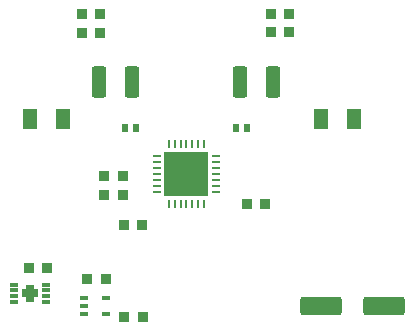
<source format=gtp>
G04 #@! TF.GenerationSoftware,KiCad,Pcbnew,(5.99.0-8491-gb8dfcb34c4)*
G04 #@! TF.CreationDate,2021-01-19T19:45:49+01:00*
G04 #@! TF.ProjectId,TMC2209_Driver,544d4332-3230-4395-9f44-72697665722e,rev?*
G04 #@! TF.SameCoordinates,PX67f3540PY6cb8080*
G04 #@! TF.FileFunction,Paste,Top*
G04 #@! TF.FilePolarity,Positive*
%FSLAX46Y46*%
G04 Gerber Fmt 4.6, Leading zero omitted, Abs format (unit mm)*
G04 Created by KiCad (PCBNEW (5.99.0-8491-gb8dfcb34c4)) date 2021-01-19 19:45:49*
%MOMM*%
%LPD*%
G01*
G04 APERTURE LIST*
G04 Aperture macros list*
%AMRoundRect*
0 Rectangle with rounded corners*
0 $1 Rounding radius*
0 $2 $3 $4 $5 $6 $7 $8 $9 X,Y pos of 4 corners*
0 Add a 4 corners polygon primitive as box body*
4,1,4,$2,$3,$4,$5,$6,$7,$8,$9,$2,$3,0*
0 Add four circle primitives for the rounded corners*
1,1,$1+$1,$2,$3*
1,1,$1+$1,$4,$5*
1,1,$1+$1,$6,$7*
1,1,$1+$1,$8,$9*
0 Add four rect primitives between the rounded corners*
20,1,$1+$1,$2,$3,$4,$5,0*
20,1,$1+$1,$4,$5,$6,$7,0*
20,1,$1+$1,$6,$7,$8,$9,0*
20,1,$1+$1,$8,$9,$2,$3,0*%
G04 Aperture macros list end*
%ADD10R,0.875000X0.950000*%
%ADD11R,0.590000X0.640000*%
%ADD12R,1.250000X1.750000*%
%ADD13R,0.800000X0.250000*%
%ADD14R,0.250000X0.800000*%
%ADD15R,3.700000X3.700000*%
%ADD16RoundRect,0.250000X0.375000X1.075000X-0.375000X1.075000X-0.375000X-1.075000X0.375000X-1.075000X0*%
%ADD17RoundRect,0.250000X-0.375000X-1.075000X0.375000X-1.075000X0.375000X1.075000X-0.375000X1.075000X0*%
%ADD18R,0.650000X0.400000*%
%ADD19RoundRect,0.250000X-1.500000X-0.550000X1.500000X-0.550000X1.500000X0.550000X-1.500000X0.550000X0*%
%ADD20R,0.700000X0.500000*%
%ADD21R,0.700000X0.650000*%
%ADD22R,1.400000X0.700000*%
%ADD23R,0.680000X0.300000*%
G04 APERTURE END LIST*
D10*
X22800500Y20401000D03*
X24375500Y20401000D03*
X12361000Y18623000D03*
X13936000Y18623000D03*
X10710000Y22814000D03*
X12285000Y22814000D03*
X10735500Y21163000D03*
X12310500Y21163000D03*
D11*
X21856000Y26878000D03*
X22826000Y26878000D03*
X13428000Y26878000D03*
X12458000Y26878000D03*
D12*
X7208000Y27640000D03*
X4408000Y27640000D03*
X29046000Y27640000D03*
X31846000Y27640000D03*
D10*
X12412000Y10876000D03*
X13987000Y10876000D03*
D13*
X15182500Y24441000D03*
X15182500Y23941001D03*
X15182500Y23440999D03*
X15182500Y22941000D03*
X15182500Y22441001D03*
X15182500Y21940999D03*
X15182500Y21441000D03*
D14*
X16182500Y20441000D03*
X16682499Y20441000D03*
X17182501Y20441000D03*
X17682500Y20441000D03*
X18182499Y20441000D03*
X18682501Y20441000D03*
X19182500Y20441000D03*
D13*
X20182500Y21441000D03*
X20182500Y21940999D03*
X20182500Y22441001D03*
X20182500Y22941000D03*
X20182500Y23440999D03*
X20182500Y23941001D03*
X20182500Y24441000D03*
D14*
X19182500Y25441000D03*
X18682501Y25441000D03*
X18182499Y25441000D03*
X17682500Y25441000D03*
X17182501Y25441000D03*
X16682499Y25441000D03*
X16182500Y25441000D03*
D15*
X17682500Y22941000D03*
D10*
X26407500Y36530000D03*
X24832500Y36530000D03*
X26407500Y35006000D03*
X24832500Y35006000D03*
X8830500Y36530000D03*
X10405500Y36530000D03*
D16*
X24991000Y30738800D03*
X22191000Y30738800D03*
D17*
X10250000Y30713400D03*
X13050000Y30713400D03*
D10*
X8805000Y34879000D03*
X10380000Y34879000D03*
D18*
X8985500Y12415000D03*
X8985500Y11765000D03*
X8985500Y11115000D03*
X10885500Y11115000D03*
X10885500Y12415000D03*
D10*
X10850000Y14051000D03*
X9275000Y14051000D03*
X5909700Y14965400D03*
X4334700Y14965400D03*
D19*
X29050000Y11750000D03*
X34450000Y11750000D03*
D20*
X4436400Y13331800D03*
D21*
X4436400Y12431800D03*
D22*
X4436400Y12831800D03*
D23*
X3076400Y13581800D03*
X3076400Y13081800D03*
X3076400Y12581800D03*
X3076400Y12081800D03*
X5796400Y12081800D03*
X5796400Y12581800D03*
X5796400Y13081800D03*
X5796400Y13581800D03*
M02*

</source>
